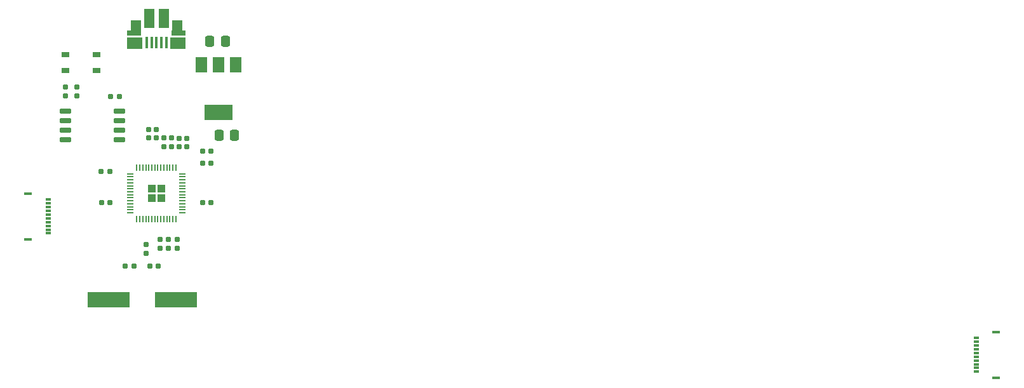
<source format=gbr>
%TF.GenerationSoftware,KiCad,Pcbnew,(6.0.4)*%
%TF.CreationDate,2022-09-18T16:29:30-05:00*%
%TF.ProjectId,Calculator_PCB,43616c63-756c-4617-946f-725f5043422e,rev?*%
%TF.SameCoordinates,Original*%
%TF.FileFunction,Paste,Top*%
%TF.FilePolarity,Positive*%
%FSLAX46Y46*%
G04 Gerber Fmt 4.6, Leading zero omitted, Abs format (unit mm)*
G04 Created by KiCad (PCBNEW (6.0.4)) date 2022-09-18 16:29:30*
%MOMM*%
%LPD*%
G01*
G04 APERTURE LIST*
G04 Aperture macros list*
%AMRoundRect*
0 Rectangle with rounded corners*
0 $1 Rounding radius*
0 $2 $3 $4 $5 $6 $7 $8 $9 X,Y pos of 4 corners*
0 Add a 4 corners polygon primitive as box body*
4,1,4,$2,$3,$4,$5,$6,$7,$8,$9,$2,$3,0*
0 Add four circle primitives for the rounded corners*
1,1,$1+$1,$2,$3*
1,1,$1+$1,$4,$5*
1,1,$1+$1,$6,$7*
1,1,$1+$1,$8,$9*
0 Add four rect primitives between the rounded corners*
20,1,$1+$1,$2,$3,$4,$5,0*
20,1,$1+$1,$4,$5,$6,$7,0*
20,1,$1+$1,$6,$7,$8,$9,0*
20,1,$1+$1,$8,$9,$2,$3,0*%
G04 Aperture macros list end*
%ADD10R,0.400000X1.650000*%
%ADD11R,1.430000X2.500000*%
%ADD12R,1.350000X2.000000*%
%ADD13R,1.825000X0.700000*%
%ADD14R,2.000000X1.500000*%
%ADD15RoundRect,0.155000X-0.155000X0.212500X-0.155000X-0.212500X0.155000X-0.212500X0.155000X0.212500X0*%
%ADD16RoundRect,0.155000X0.155000X-0.212500X0.155000X0.212500X-0.155000X0.212500X-0.155000X-0.212500X0*%
%ADD17RoundRect,0.155000X0.212500X0.155000X-0.212500X0.155000X-0.212500X-0.155000X0.212500X-0.155000X0*%
%ADD18RoundRect,0.155000X-0.212500X-0.155000X0.212500X-0.155000X0.212500X0.155000X-0.212500X0.155000X0*%
%ADD19RoundRect,0.250000X-0.337500X-0.475000X0.337500X-0.475000X0.337500X0.475000X-0.337500X0.475000X0*%
%ADD20RoundRect,0.150000X-0.650000X-0.150000X0.650000X-0.150000X0.650000X0.150000X-0.650000X0.150000X0*%
%ADD21RoundRect,0.160000X-0.160000X0.197500X-0.160000X-0.197500X0.160000X-0.197500X0.160000X0.197500X0*%
%ADD22R,0.700000X0.300000*%
%ADD23R,1.000000X0.300000*%
%ADD24RoundRect,0.160000X0.160000X-0.197500X0.160000X0.197500X-0.160000X0.197500X-0.160000X-0.197500X0*%
%ADD25R,1.050000X0.650000*%
%ADD26RoundRect,0.250000X-0.292217X-0.292217X0.292217X-0.292217X0.292217X0.292217X-0.292217X0.292217X0*%
%ADD27RoundRect,0.050000X-0.387500X-0.050000X0.387500X-0.050000X0.387500X0.050000X-0.387500X0.050000X0*%
%ADD28RoundRect,0.050000X-0.050000X-0.387500X0.050000X-0.387500X0.050000X0.387500X-0.050000X0.387500X0*%
%ADD29R,1.500000X2.000000*%
%ADD30R,3.800000X2.000000*%
%ADD31R,5.600000X2.100000*%
G04 APERTURE END LIST*
D10*
%TO.C,J1*%
X98045000Y-69405000D03*
X97395000Y-69405000D03*
X96745000Y-69405000D03*
X96095000Y-69405000D03*
X95445000Y-69405000D03*
D11*
X97705000Y-66255000D03*
D12*
X99475000Y-67455000D03*
X93995000Y-67455000D03*
D13*
X99695000Y-68205000D03*
D11*
X95785000Y-66255000D03*
D14*
X93845000Y-69525000D03*
D13*
X93745000Y-68205000D03*
D14*
X99595000Y-69505000D03*
%TD*%
D15*
%TO.C,C10*%
X97190000Y-95720000D03*
X97190000Y-96855000D03*
%TD*%
D16*
%TO.C,C5*%
X96710000Y-82160000D03*
X96710000Y-81025000D03*
%TD*%
D17*
%TO.C,C4*%
X91767500Y-76630000D03*
X90632500Y-76630000D03*
%TD*%
D18*
%TO.C,C8*%
X102900000Y-90810000D03*
X104035000Y-90810000D03*
%TD*%
D17*
%TO.C,C16*%
X97007500Y-99210000D03*
X95872500Y-99210000D03*
%TD*%
D19*
%TO.C,C13*%
X103832500Y-69310000D03*
X105907500Y-69310000D03*
%TD*%
D20*
%TO.C,U1*%
X84570000Y-78615000D03*
X84570000Y-79885000D03*
X84570000Y-81155000D03*
X84570000Y-82425000D03*
X91770000Y-82425000D03*
X91770000Y-81155000D03*
X91770000Y-79885000D03*
X91770000Y-78615000D03*
%TD*%
D18*
%TO.C,C12*%
X102890000Y-85572500D03*
X104025000Y-85572500D03*
%TD*%
D21*
%TO.C,R1*%
X84570000Y-75392500D03*
X84570000Y-76587500D03*
%TD*%
%TO.C,R5*%
X86130000Y-75392500D03*
X86130000Y-76587500D03*
%TD*%
D22*
%TO.C,J3*%
X205990000Y-113330000D03*
X205990000Y-112830000D03*
X205990000Y-112330000D03*
X205990000Y-111830000D03*
X205990000Y-111330000D03*
X205990000Y-110830000D03*
X205990000Y-110330000D03*
X205990000Y-109830000D03*
X205990000Y-109330000D03*
X205990000Y-108830000D03*
D23*
X208640000Y-114120000D03*
X208640000Y-108040000D03*
%TD*%
D22*
%TO.C,J2*%
X82289568Y-90380000D03*
X82289568Y-90880000D03*
X82289568Y-91380000D03*
X82289568Y-91880000D03*
X82289568Y-92380000D03*
X82289568Y-92880000D03*
X82289568Y-93380000D03*
X82289568Y-93880000D03*
X82289568Y-94380000D03*
X82289568Y-94880000D03*
D23*
X79639568Y-89590000D03*
X79639568Y-95670000D03*
%TD*%
D24*
%TO.C,R4*%
X98740000Y-83367500D03*
X98740000Y-82172500D03*
%TD*%
D19*
%TO.C,C14*%
X105062500Y-81830000D03*
X107137500Y-81830000D03*
%TD*%
D16*
%TO.C,C1*%
X95710000Y-82160000D03*
X95710000Y-81025000D03*
%TD*%
D24*
%TO.C,R3*%
X97720000Y-83362500D03*
X97720000Y-82167500D03*
%TD*%
D17*
%TO.C,C9*%
X90540000Y-90810000D03*
X89405000Y-90810000D03*
%TD*%
D16*
%TO.C,C3*%
X99750000Y-83330000D03*
X99750000Y-82195000D03*
%TD*%
D18*
%TO.C,C11*%
X102890000Y-83912500D03*
X104025000Y-83912500D03*
%TD*%
D15*
%TO.C,C2*%
X98350000Y-95722500D03*
X98350000Y-96857500D03*
%TD*%
D24*
%TO.C,R6*%
X99550000Y-96877500D03*
X99550000Y-95682500D03*
%TD*%
D18*
%TO.C,C15*%
X92582500Y-99210000D03*
X93717500Y-99210000D03*
%TD*%
D16*
%TO.C,C6*%
X100750000Y-83330000D03*
X100750000Y-82195000D03*
%TD*%
D25*
%TO.C,S1*%
X84585000Y-71015000D03*
X88735000Y-71015000D03*
X84585000Y-73165000D03*
X88735000Y-73165000D03*
%TD*%
D26*
%TO.C,U2*%
X96082500Y-88905000D03*
X97357500Y-90180000D03*
X97357500Y-88905000D03*
X96082500Y-90180000D03*
D27*
X93282500Y-86942500D03*
X93282500Y-87342500D03*
X93282500Y-87742500D03*
X93282500Y-88142500D03*
X93282500Y-88542500D03*
X93282500Y-88942500D03*
X93282500Y-89342500D03*
X93282500Y-89742500D03*
X93282500Y-90142500D03*
X93282500Y-90542500D03*
X93282500Y-90942500D03*
X93282500Y-91342500D03*
X93282500Y-91742500D03*
X93282500Y-92142500D03*
D28*
X94120000Y-92980000D03*
X94520000Y-92980000D03*
X94920000Y-92980000D03*
X95320000Y-92980000D03*
X95720000Y-92980000D03*
X96120000Y-92980000D03*
X96520000Y-92980000D03*
X96920000Y-92980000D03*
X97320000Y-92980000D03*
X97720000Y-92980000D03*
X98120000Y-92980000D03*
X98520000Y-92980000D03*
X98920000Y-92980000D03*
X99320000Y-92980000D03*
D27*
X100157500Y-92142500D03*
X100157500Y-91742500D03*
X100157500Y-91342500D03*
X100157500Y-90942500D03*
X100157500Y-90542500D03*
X100157500Y-90142500D03*
X100157500Y-89742500D03*
X100157500Y-89342500D03*
X100157500Y-88942500D03*
X100157500Y-88542500D03*
X100157500Y-88142500D03*
X100157500Y-87742500D03*
X100157500Y-87342500D03*
X100157500Y-86942500D03*
D28*
X99320000Y-86105000D03*
X98920000Y-86105000D03*
X98520000Y-86105000D03*
X98120000Y-86105000D03*
X97720000Y-86105000D03*
X97320000Y-86105000D03*
X96920000Y-86105000D03*
X96520000Y-86105000D03*
X96120000Y-86105000D03*
X95720000Y-86105000D03*
X95320000Y-86105000D03*
X94920000Y-86105000D03*
X94520000Y-86105000D03*
X94120000Y-86105000D03*
%TD*%
D29*
%TO.C,U3*%
X107340000Y-72440000D03*
X105040000Y-72440000D03*
D30*
X105040000Y-78740000D03*
D29*
X102740000Y-72440000D03*
%TD*%
D24*
%TO.C,R2*%
X95400000Y-97567500D03*
X95400000Y-96372500D03*
%TD*%
D31*
%TO.C,Y1*%
X90340000Y-103740000D03*
X99340000Y-103740000D03*
%TD*%
D17*
%TO.C,C7*%
X90517500Y-86672500D03*
X89382500Y-86672500D03*
%TD*%
M02*

</source>
